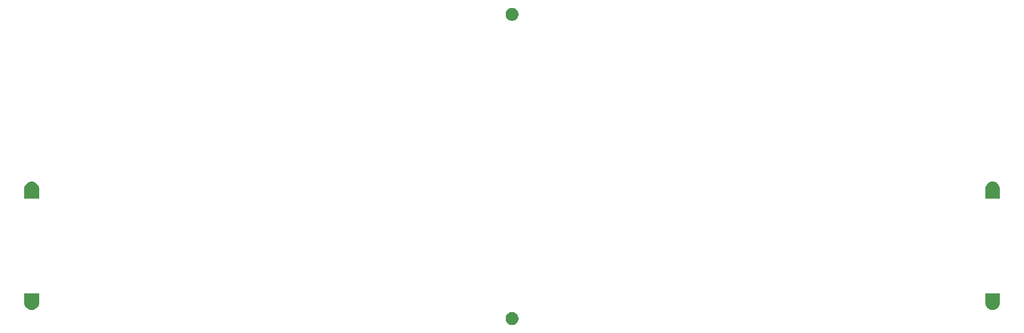
<source format=gbr>
%TF.GenerationSoftware,Altium Limited,Altium Designer,24.2.2 (26)*%
G04 Layer_Color=0*
%FSLAX45Y45*%
%MOMM*%
%TF.SameCoordinates,259198F7-C233-4D65-A8A2-2B75CB696E96*%
%TF.FilePolarity,Positive*%
%TF.FileFunction,NonPlated,1,2,NPTH,Drill*%
%TF.Part,Single*%
G01*
G75*
G36*
X9549865Y5948640D02*
Y5938544D01*
X9553804Y5918741D01*
X9561531Y5900088D01*
X9572748Y5883300D01*
X9587025Y5869023D01*
X9603813Y5857805D01*
X9622467Y5850078D01*
X9642270Y5846140D01*
X9652365D01*
X9662460D01*
X9682263Y5850078D01*
X9700917Y5857805D01*
X9717705Y5869023D01*
X9731982Y5883300D01*
X9743199Y5900088D01*
X9750926Y5918741D01*
X9754865Y5938544D01*
Y5948640D01*
Y5958735D01*
X9750926Y5978538D01*
X9743199Y5997191D01*
X9731982Y6013979D01*
X9717705Y6028256D01*
X9700917Y6039474D01*
X9682263Y6047201D01*
X9662460Y6051140D01*
X9652365D01*
X9642270D01*
X9622467Y6047201D01*
X9603813Y6039474D01*
X9587025Y6028256D01*
X9572748Y6013979D01*
X9561531Y5997191D01*
X9553804Y5978538D01*
X9549865Y5958735D01*
Y5948640D01*
D01*
D02*
G37*
G36*
X1962365Y1387640D02*
Y1372499D01*
X1970202Y1343251D01*
X1985342Y1317028D01*
X2006753Y1295617D01*
X2032976Y1280476D01*
X2062225Y1272640D01*
X2092505D01*
X2121753Y1280476D01*
X2147976Y1295617D01*
X2169388Y1317028D01*
X2184528Y1343251D01*
X2192365Y1372499D01*
Y1387640D01*
D01*
Y1537640D01*
X1962365D01*
Y1387640D01*
D02*
G37*
G36*
X17112366D02*
Y1537640D01*
X17342365D01*
Y1387640D01*
Y1372499D01*
X17334528Y1343251D01*
X17319388Y1317028D01*
X17297977Y1295617D01*
X17271753Y1280476D01*
X17242505Y1272640D01*
X17212225D01*
X17182977Y1280476D01*
X17156754Y1295617D01*
X17135342Y1317028D01*
X17120203Y1343251D01*
X17112366Y1372499D01*
Y1387640D01*
D01*
D02*
G37*
G36*
Y3037640D02*
X17342365D01*
Y3187640D01*
Y3202779D01*
X17334528Y3232028D01*
X17319388Y3258251D01*
X17297977Y3279662D01*
X17271753Y3294802D01*
X17242505Y3302640D01*
X17212225D01*
X17182977Y3294802D01*
X17156754Y3279662D01*
X17135342Y3258251D01*
X17120203Y3232028D01*
X17112366Y3202779D01*
Y3187640D01*
D01*
Y3037640D01*
D02*
G37*
G36*
X9549865Y1137640D02*
Y1147735D01*
X9553804Y1167538D01*
X9561531Y1186191D01*
X9572748Y1202979D01*
X9587025Y1217256D01*
X9603813Y1228474D01*
X9622467Y1236200D01*
X9642270Y1240140D01*
X9652365D01*
X9662460D01*
X9682263Y1236200D01*
X9700917Y1228474D01*
X9717705Y1217256D01*
X9731982Y1202979D01*
X9743199Y1186191D01*
X9750926Y1167538D01*
X9754865Y1147735D01*
Y1137640D01*
Y1127544D01*
X9750926Y1107741D01*
X9743199Y1089087D01*
X9731982Y1072300D01*
X9717705Y1058023D01*
X9700917Y1046805D01*
X9682263Y1039078D01*
X9662460Y1035140D01*
X9652365D01*
X9642270D01*
X9622467Y1039078D01*
X9603813Y1046805D01*
X9587025Y1058023D01*
X9572748Y1072300D01*
X9561531Y1089087D01*
X9553804Y1107741D01*
X9549865Y1127544D01*
Y1137640D01*
D01*
D02*
G37*
G36*
X1962365Y3037640D02*
X2192365D01*
Y3187640D01*
Y3202779D01*
X2184528Y3232028D01*
X2169388Y3258251D01*
X2147976Y3279662D01*
X2121753Y3294802D01*
X2092505Y3302640D01*
X2062225D01*
X2032976Y3294802D01*
X2006753Y3279662D01*
X1985342Y3258251D01*
X1970202Y3232028D01*
X1962365Y3202779D01*
Y3187640D01*
D01*
Y3037640D01*
D02*
G37*
%TF.MD5,cc0aa46955c8ce09f75db18b92b0d24e*%
M02*

</source>
